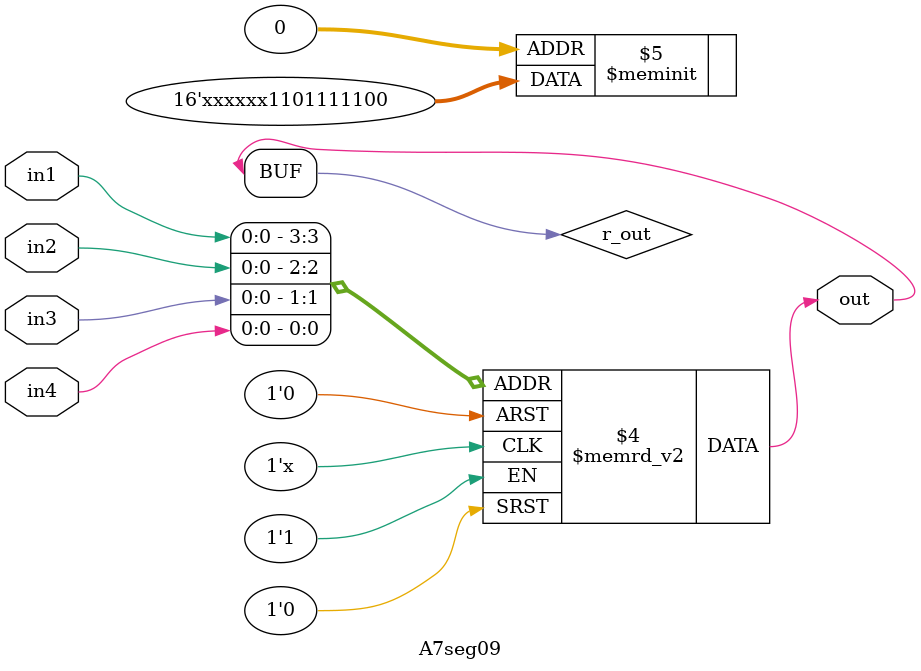
<source format=v>
module A7seg09(output out, input in1, in2, in3, in4);
  reg r_out;
  assign out = r_out;
  always@(in1, in2, in3, in4)
    begin
      case({in1, in2, in3, in4})
        4'b0000: out = 1'b0;
        4'b0001: out = 1'b0;
        4'b0010: out = 1'b1;
        4'b0011: out = 1'b1;
        4'b0100: out = 1'b1;
        4'b0101: out = 1'b1;
        4'b0110: out = 1'b1;
        4'b0111: out = 1'b0;
	4'b1000: out = 1'b1;
        4'b1001: out = 1'b1;
        4'b1010: out = 1'bx;
        4'b1011: out = 1'bx;
        4'b1100: out = 1'bx;
        4'b1101: out = 1'bx;
        4'b1110: out = 1'bx;
        4'b1111: out = 1'bx;
	
        default: out = 1'b0;
      endcase
    end
endmodule

</source>
